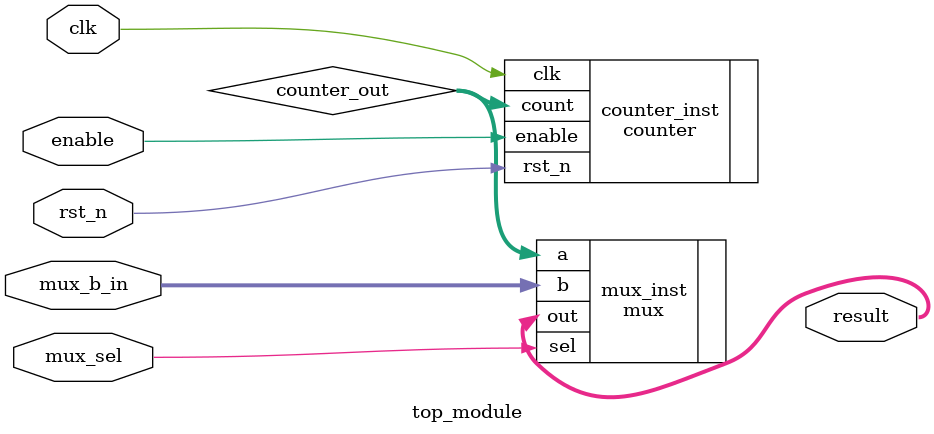
<source format=sv>

module top_module (
    input  logic       clk,
    input  logic       rst_n,
    input  logic       enable,
    input  logic       mux_sel,
    input  logic [7:0] mux_b_in,
    output logic [7:0] result
);

logic [7:0] counter_out;

// Instantiate counter
counter counter_inst (
    .clk(clk),
    .rst_n(rst_n),
    .enable(enable),
    .count(counter_out)
);

// Instantiate mux
mux #(.WIDTH(8)) mux_inst (
    .a(counter_out),
    .b(mux_b_in),
    .sel(mux_sel),
    .out(result)
);

endmodule

</source>
